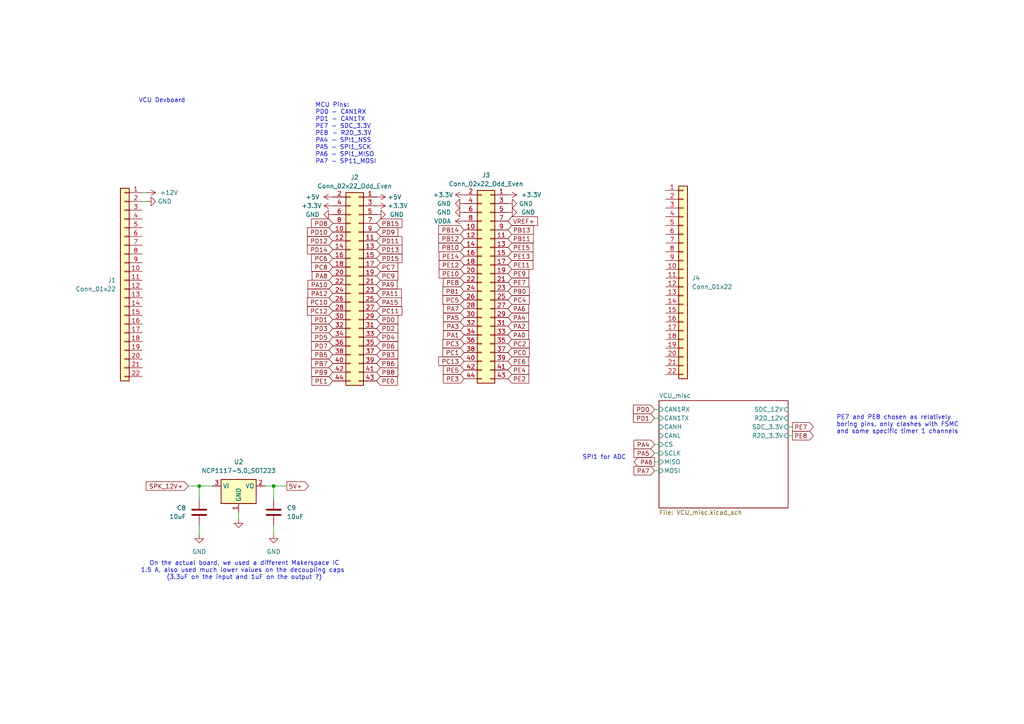
<source format=kicad_sch>
(kicad_sch (version 20250114) (generator "eeschema") (generator_version "9.0")
  (paper "A4")
  (lib_symbols
    (symbol "Connector_Generic:Conn_01x22" (pin_names (offset 1.016) (hide yes))
      (property "Reference" "J" (at 0 27.94 0))
      (property "Value" "Conn_01x22" (at 0 -30.48 0))
      (symbol "Conn_01x22_1_1"
        (rectangle (start -1.27 26.67) (end 1.27 -29.21) (stroke (width 0.254)) (fill (type background)))
        (rectangle (start -1.27 25.527) (end 0 25.273) (stroke (width 0.1524)))
        (rectangle (start -1.27 22.987) (end 0 22.733) (stroke (width 0.1524)))
        (rectangle (start -1.27 20.447) (end 0 20.193) (stroke (width 0.1524)))
        (rectangle (start -1.27 17.907) (end 0 17.653) (stroke (width 0.1524)))
        (rectangle (start -1.27 15.367) (end 0 15.113) (stroke (width 0.1524)))
        (rectangle (start -1.27 12.827) (end 0 12.573) (stroke (width 0.1524)))
        (rectangle (start -1.27 10.287) (end 0 10.033) (stroke (width 0.1524)))
        (rectangle (start -1.27 7.747) (end 0 7.493) (stroke (width 0.1524)))
        (rectangle (start -1.27 5.207) (end 0 4.953) (stroke (width 0.1524)))
        (rectangle (start -1.27 2.667) (end 0 2.413) (stroke (width 0.1524)))
        (rectangle (start -1.27 0.127) (end 0 -0.127) (stroke (width 0.1524)))
        (rectangle (start -1.27 -2.413) (end 0 -2.667) (stroke (width 0.1524)))
        (rectangle (start -1.27 -4.953) (end 0 -5.207) (stroke (width 0.1524)))
        (rectangle (start -1.27 -7.493) (end 0 -7.747) (stroke (width 0.1524)))
        (rectangle (start -1.27 -10.033) (end 0 -10.287) (stroke (width 0.1524)))
        (rectangle (start -1.27 -12.573) (end 0 -12.827) (stroke (width 0.1524)))
        (rectangle (start -1.27 -15.113) (end 0 -15.367) (stroke (width 0.1524)))
        (rectangle (start -1.27 -17.653) (end 0 -17.907) (stroke (width 0.1524)))
        (rectangle (start -1.27 -20.193) (end 0 -20.447) (stroke (width 0.1524)))
        (rectangle (start -1.27 -22.733) (end 0 -22.987) (stroke (width 0.1524)))
        (rectangle (start -1.27 -25.273) (end 0 -25.527) (stroke (width 0.1524)))
        (rectangle (start -1.27 -27.813) (end 0 -28.067) (stroke (width 0.1524)))
        (pin passive line (at -5.08 25.4 0) (length 3.81) (name "Pin_1") (number "1"))
        (pin passive line (at -5.08 22.86 0) (length 3.81) (name "Pin_2") (number "2"))
        (pin passive line (at -5.08 20.32 0) (length 3.81) (name "Pin_3") (number "3"))
        (pin passive line (at -5.08 17.78 0) (length 3.81) (name "Pin_4") (number "4"))
        (pin passive line (at -5.08 15.24 0) (length 3.81) (name "Pin_5") (number "5"))
        (pin passive line (at -5.08 12.7 0) (length 3.81) (name "Pin_6") (number "6"))
        (pin passive line (at -5.08 10.16 0) (length 3.81) (name "Pin_7") (number "7"))
        (pin passive line (at -5.08 7.62 0) (length 3.81) (name "Pin_8") (number "8"))
        (pin passive line (at -5.08 5.08 0) (length 3.81) (name "Pin_9") (number "9"))
        (pin passive line (at -5.08 2.54 0) (length 3.81) (name "Pin_10") (number "10"))
        (pin passive line (at -5.08 0 0) (length 3.81) (name "Pin_11") (number "11"))
        (pin passive line (at -5.08 -2.54 0) (length 3.81) (name "Pin_12") (number "12"))
        (pin passive line (at -5.08 -5.08 0) (length 3.81) (name "Pin_13") (number "13"))
        (pin passive line (at -5.08 -7.62 0) (length 3.81) (name "Pin_14") (number "14"))
        (pin passive line (at -5.08 -10.16 0) (length 3.81) (name "Pin_15") (number "15"))
        (pin passive line (at -5.08 -12.7 0) (length 3.81) (name "Pin_16") (number "16"))
        (pin passive line (at -5.08 -15.24 0) (length 3.81) (name "Pin_17") (number "17"))
        (pin passive line (at -5.08 -17.78 0) (length 3.81) (name "Pin_18") (number "18"))
        (pin passive line (at -5.08 -20.32 0) (length 3.81) (name "Pin_19") (number "19"))
        (pin passive line (at -5.08 -22.86 0) (length 3.81) (name "Pin_20") (number "20"))
        (pin passive line (at -5.08 -25.4 0) (length 3.81) (name "Pin_21") (number "21"))
        (pin passive line (at -5.08 -27.94 0) (length 3.81) (name "Pin_22") (number "22"))
      )
    )
    (symbol "Connector_Generic:Conn_02x22_Odd_Even" (pin_names (offset 1.016) (hide yes))
      (property "Reference" "J" (at 1.27 27.94 0))
      (property "Value" "Conn_02x22_Odd_Even" (at 1.27 -30.48 0))
      (symbol "Conn_02x22_Odd_Even_1_1"
        (rectangle (start -1.27 26.67) (end 3.81 -29.21) (stroke (width 0.254)) (fill (type background)))
        (rectangle (start -1.27 25.527) (end 0 25.273) (stroke (width 0.1524)))
        (rectangle (start -1.27 22.987) (end 0 22.733) (stroke (width 0.1524)))
        (rectangle (start -1.27 20.447) (end 0 20.193) (stroke (width 0.1524)))
        (rectangle (start -1.27 17.907) (end 0 17.653) (stroke (width 0.1524)))
        (rectangle (start -1.27 15.367) (end 0 15.113) (stroke (width 0.1524)))
        (rectangle (start -1.27 12.827) (end 0 12.573) (stroke (width 0.1524)))
        (rectangle (start -1.27 10.287) (end 0 10.033) (stroke (width 0.1524)))
        (rectangle (start -1.27 7.747) (end 0 7.493) (stroke (width 0.1524)))
        (rectangle (start -1.27 5.207) (end 0 4.953) (stroke (width 0.1524)))
        (rectangle (start -1.27 2.667) (end 0 2.413) (stroke (width 0.1524)))
        (rectangle (start -1.27 0.127) (end 0 -0.127) (stroke (width 0.1524)))
        (rectangle (start -1.27 -2.413) (end 0 -2.667) (stroke (width 0.1524)))
        (rectangle (start -1.27 -4.953) (end 0 -5.207) (stroke (width 0.1524)))
        (rectangle (start -1.27 -7.493) (end 0 -7.747) (stroke (width 0.1524)))
        (rectangle (start -1.27 -10.033) (end 0 -10.287) (stroke (width 0.1524)))
        (rectangle (start -1.27 -12.573) (end 0 -12.827) (stroke (width 0.1524)))
        (rectangle (start -1.27 -15.113) (end 0 -15.367) (stroke (width 0.1524)))
        (rectangle (start -1.27 -17.653) (end 0 -17.907) (stroke (width 0.1524)))
        (rectangle (start -1.27 -20.193) (end 0 -20.447) (stroke (width 0.1524)))
        (rectangle (start -1.27 -22.733) (end 0 -22.987) (stroke (width 0.1524)))
        (rectangle (start -1.27 -25.273) (end 0 -25.527) (stroke (width 0.1524)))
        (rectangle (start -1.27 -27.813) (end 0 -28.067) (stroke (width 0.1524)))
        (rectangle (start 3.81 25.527) (end 2.54 25.273) (stroke (width 0.1524)))
        (rectangle (start 3.81 22.987) (end 2.54 22.733) (stroke (width 0.1524)))
        (rectangle (start 3.81 20.447) (end 2.54 20.193) (stroke (width 0.1524)))
        (rectangle (start 3.81 17.907) (end 2.54 17.653) (stroke (width 0.1524)))
        (rectangle (start 3.81 15.367) (end 2.54 15.113) (stroke (width 0.1524)))
        (rectangle (start 3.81 12.827) (end 2.54 12.573) (stroke (width 0.1524)))
        (rectangle (start 3.81 10.287) (end 2.54 10.033) (stroke (width 0.1524)))
        (rectangle (start 3.81 7.747) (end 2.54 7.493) (stroke (width 0.1524)))
        (rectangle (start 3.81 5.207) (end 2.54 4.953) (stroke (width 0.1524)))
        (rectangle (start 3.81 2.667) (end 2.54 2.413) (stroke (width 0.1524)))
        (rectangle (start 3.81 0.127) (end 2.54 -0.127) (stroke (width 0.1524)))
        (rectangle (start 3.81 -2.413) (end 2.54 -2.667) (stroke (width 0.1524)))
        (rectangle (start 3.81 -4.953) (end 2.54 -5.207) (stroke (width 0.1524)))
        (rectangle (start 3.81 -7.493) (end 2.54 -7.747) (stroke (width 0.1524)))
        (rectangle (start 3.81 -10.033) (end 2.54 -10.287) (stroke (width 0.1524)))
        (rectangle (start 3.81 -12.573) (end 2.54 -12.827) (stroke (width 0.1524)))
        (rectangle (start 3.81 -15.113) (end 2.54 -15.367) (stroke (width 0.1524)))
        (rectangle (start 3.81 -17.653) (end 2.54 -17.907) (stroke (width 0.1524)))
        (rectangle (start 3.81 -20.193) (end 2.54 -20.447) (stroke (width 0.1524)))
        (rectangle (start 3.81 -22.733) (end 2.54 -22.987) (stroke (width 0.1524)))
        (rectangle (start 3.81 -25.273) (end 2.54 -25.527) (stroke (width 0.1524)))
        (rectangle (start 3.81 -27.813) (end 2.54 -28.067) (stroke (width 0.1524)))
        (pin passive line (at -5.08 25.4 0) (length 3.81) (name "Pin_1") (number "1"))
        (pin passive line (at -5.08 22.86 0) (length 3.81) (name "Pin_3") (number "3"))
        (pin passive line (at -5.08 20.32 0) (length 3.81) (name "Pin_5") (number "5"))
        (pin passive line (at -5.08 17.78 0) (length 3.81) (name "Pin_7") (number "7"))
        (pin passive line (at -5.08 15.24 0) (length 3.81) (name "Pin_9") (number "9"))
        (pin passive line (at -5.08 12.7 0) (length 3.81) (name "Pin_11") (number "11"))
        (pin passive line (at -5.08 10.16 0) (length 3.81) (name "Pin_13") (number "13"))
        (pin passive line (at -5.08 7.62 0) (length 3.81) (name "Pin_15") (number "15"))
        (pin passive line (at -5.08 5.08 0) (length 3.81) (name "Pin_17") (number "17"))
        (pin passive line (at -5.08 2.54 0) (length 3.81) (name "Pin_19") (number "19"))
        (pin passive line (at -5.08 0 0) (length 3.81) (name "Pin_21") (number "21"))
        (pin passive line (at -5.08 -2.54 0) (length 3.81) (name "Pin_23") (number "23"))
        (pin passive line (at -5.08 -5.08 0) (length 3.81) (name "Pin_25") (number "25"))
        (pin passive line (at -5.08 -7.62 0) (length 3.81) (name "Pin_27") (number "27"))
        (pin passive line (at -5.08 -10.16 0) (length 3.81) (name "Pin_29") (number "29"))
        (pin passive line (at -5.08 -12.7 0) (length 3.81) (name "Pin_31") (number "31"))
        (pin passive line (at -5.08 -15.24 0) (length 3.81) (name "Pin_33") (number "33"))
        (pin passive line (at -5.08 -17.78 0) (length 3.81) (name "Pin_35") (number "35"))
        (pin passive line (at -5.08 -20.32 0) (length 3.81) (name "Pin_37") (number "37"))
        (pin passive line (at -5.08 -22.86 0) (length 3.81) (name "Pin_39") (number "39"))
        (pin passive line (at -5.08 -25.4 0) (length 3.81) (name "Pin_41") (number "41"))
        (pin passive line (at -5.08 -27.94 0) (length 3.81) (name "Pin_43") (number "43"))
        (pin passive line (at 7.62 25.4 180) (length 3.81) (name "Pin_2") (number "2"))
        (pin passive line (at 7.62 22.86 180) (length 3.81) (name "Pin_4") (number "4"))
        (pin passive line (at 7.62 20.32 180) (length 3.81) (name "Pin_6") (number "6"))
        (pin passive line (at 7.62 17.78 180) (length 3.81) (name "Pin_8") (number "8"))
        (pin passive line (at 7.62 15.24 180) (length 3.81) (name "Pin_10") (number "10"))
        (pin passive line (at 7.62 12.7 180) (length 3.81) (name "Pin_12") (number "12"))
        (pin passive line (at 7.62 10.16 180) (length 3.81) (name "Pin_14") (number "14"))
        (pin passive line (at 7.62 7.62 180) (length 3.81) (name "Pin_16") (number "16"))
        (pin passive line (at 7.62 5.08 180) (length 3.81) (name "Pin_18") (number "18"))
        (pin passive line (at 7.62 2.54 180) (length 3.81) (name "Pin_20") (number "20"))
        (pin passive line (at 7.62 0 180) (length 3.81) (name "Pin_22") (number "22"))
        (pin passive line (at 7.62 -2.54 180) (length 3.81) (name "Pin_24") (number "24"))
        (pin passive line (at 7.62 -5.08 180) (length 3.81) (name "Pin_26") (number "26"))
        (pin passive line (at 7.62 -7.62 180) (length 3.81) (name "Pin_28") (number "28"))
        (pin passive line (at 7.62 -10.16 180) (length 3.81) (name "Pin_30") (number "30"))
        (pin passive line (at 7.62 -12.7 180) (length 3.81) (name "Pin_32") (number "32"))
        (pin passive line (at 7.62 -15.24 180) (length 3.81) (name "Pin_34") (number "34"))
        (pin passive line (at 7.62 -17.78 180) (length 3.81) (name "Pin_36") (number "36"))
        (pin passive line (at 7.62 -20.32 180) (length 3.81) (name "Pin_38") (number "38"))
        (pin passive line (at 7.62 -22.86 180) (length 3.81) (name "Pin_40") (number "40"))
        (pin passive line (at 7.62 -25.4 180) (length 3.81) (name "Pin_42") (number "42"))
        (pin passive line (at 7.62 -27.94 180) (length 3.81) (name "Pin_44") (number "44"))
      )
    )
    (symbol "Device:C" (pin_numbers (hide yes)) (pin_names (offset 0.254))
      (property "Reference" "C" (at 0.635 2.54 0))
      (property "Value" "C" (at 0.635 -2.54 0))
      (symbol "C_0_1"
        (polyline (pts (xy -2.032 0.762) (xy 2.032 0.762)) (stroke (width 0.508)))
        (polyline (pts (xy -2.032 -0.762) (xy 2.032 -0.762)) (stroke (width 0.508)))
      )
      (symbol "C_1_1"
        (pin passive line (at 0 3.81 270) (length 2.794) (name "~") (number "1"))
        (pin passive line (at 0 -3.81 90) (length 2.794) (name "~") (number "2"))
      )
    )
    (symbol "Regulator_Linear:NCP1117-5.0_SOT223"
      (property "Reference" "U" (at -3.81 3.175 0))
      (property "Value" "NCP1117-5.0_SOT223" (at 0 3.175 0))
      (symbol "NCP1117-5.0_SOT223_0_1"
        (rectangle (start -5.08 -5.08) (end 5.08 1.905) (stroke (width 0.254)) (fill (type background)))
      )
      (symbol "NCP1117-5.0_SOT223_1_1"
        (pin power_in line (at -7.62 0 0) (length 2.54) (name "VI") (number "3"))
        (pin power_in line (at 0 -7.62 90) (length 2.54) (name "GND") (number "1"))
        (pin power_out line (at 7.62 0 180) (length 2.54) (name "VO") (number "2"))
      )
    )
    (symbol "power:+12V" (power) (pin_numbers (hide yes)) (pin_names (offset 0) (hide yes))
      (property "Value" "+12V" (at 0 3.556 0))
      (symbol "+12V_0_1"
        (polyline (pts (xy -0.762 1.27) (xy 0 2.54)))
        (polyline (pts (xy 0 2.54) (xy 0.762 1.27)))
        (polyline (pts (xy 0 0) (xy 0 2.54)))
      )
      (symbol "+12V_1_1"
        (pin power_in line (at 0 0 90) (length 0) (name "~") (number "1"))
      )
    )
    (symbol "power:+3.3V" (power) (pin_numbers (hide yes)) (pin_names (offset 0) (hide yes))
      (property "Value" "+3.3V" (at 0 3.556 0))
      (symbol "+3.3V_0_1"
        (polyline (pts (xy -0.762 1.27) (xy 0 2.54)))
        (polyline (pts (xy 0 2.54) (xy 0.762 1.27)))
        (polyline (pts (xy 0 0) (xy 0 2.54)))
      )
      (symbol "+3.3V_1_1"
        (pin power_in line (at 0 0 90) (length 0) (name "~") (number "1"))
      )
    )
    (symbol "power:+5V" (power) (pin_numbers (hide yes)) (pin_names (offset 0) (hide yes))
      (property "Value" "+5V" (at 0 3.556 0))
      (symbol "+5V_0_1"
        (polyline (pts (xy -0.762 1.27) (xy 0 2.54)))
        (polyline (pts (xy 0 2.54) (xy 0.762 1.27)))
        (polyline (pts (xy 0 0) (xy 0 2.54)))
      )
      (symbol "+5V_1_1"
        (pin power_in line (at 0 0 90) (length 0) (name "~") (number "1"))
      )
    )
    (symbol "power:GND" (power) (pin_numbers (hide yes)) (pin_names (offset 0) (hide yes))
      (property "Value" "GND" (at 0 -3.81 0))
      (symbol "GND_0_1"
        (polyline (pts (xy 0 0) (xy 0 -1.27) (xy 1.27 -1.27) (xy 0 -2.54) (xy -1.27 -1.27) (xy 0 -1.27)))
      )
      (symbol "GND_1_1"
        (pin power_in line (at 0 0 270) (length 0) (name "~") (number "1"))
      )
    )
    (symbol "power:VDDA" (power) (pin_numbers (hide yes)) (pin_names (offset 0) (hide yes))
      (property "Value" "VDDA" (at 0 3.556 0))
      (symbol "VDDA_0_1"
        (polyline (pts (xy -0.762 1.27) (xy 0 2.54)))
        (polyline (pts (xy 0 2.54) (xy 0.762 1.27)))
        (polyline (pts (xy 0 0) (xy 0 2.54)))
      )
      (symbol "VDDA_1_1"
        (pin power_in line (at 0 0 90) (length 0) (name "~") (number "1"))
      )
    )
  )
  (text "VCU Devboard" (at 46.99 29.21 0) (effects (font (size 1.27 1.27))))
  (text "SPI1 for ADC" (at 175.26 132.715 0) (effects (font (size 1.27 1.27))))
  (text "PE7 and PE8 chosen as relatively\nboring pins, only clashes with FSMC\nand some specific timer 1 channels" (at 242.57 123.19 0) (effects (font (size 1.27 1.27)) (justify left)))
  (text "MCU Pins:\nPD0 - CAN1RX\nPD1 - CAN1TX\nPE7 - SDC_3.3V\nPE8	- R2D_3.3V\nPA4 - SPI1_NSS\nPA5 - SPI1_SCK\nPA6 - SPI1_MISO\nPA7 - SP11_MOSI" (at 91.44 38.735 0) (effects (font (size 1.27 1.27)) (justify left)))
  (text "On the actual board, we used a different Makerspace IC\n1.5 A, also used much lower values on the decoupling caps \n(3.3uF on the input and 1uF on the output ?)" (at 70.866 165.481 0) (effects (font (size 1.27 1.27))))
  (junction (at 57.785 140.97))
  (junction (at 79.375 140.97))
  (wire (pts (xy 57.785 154.94) (xy 57.785 152.4)))
  (wire (pts (xy 42.545 55.88) (xy 41.275 55.88)))
  (wire (pts (xy 79.375 154.94) (xy 79.375 152.4)))
  (wire (pts (xy 57.785 144.78) (xy 57.785 140.97)))
  (wire (pts (xy 189.865 133.985) (xy 191.135 133.985)))
  (wire (pts (xy 57.785 140.97) (xy 61.595 140.97)))
  (wire (pts (xy 189.865 118.745) (xy 191.135 118.745)))
  (wire (pts (xy 189.865 131.445) (xy 191.135 131.445)))
  (wire (pts (xy 79.375 144.78) (xy 79.375 140.97)))
  (wire (pts (xy 189.865 128.905) (xy 191.135 128.905)))
  (wire (pts (xy 229.87 123.825) (xy 228.6 123.825)))
  (wire (pts (xy 69.215 150.495) (xy 69.215 148.59)))
  (wire (pts (xy 83.185 140.97) (xy 79.375 140.97)))
  (wire (pts (xy 54.61 140.97) (xy 57.785 140.97)))
  (wire (pts (xy 189.865 121.285) (xy 191.135 121.285)))
  (wire (pts (xy 79.375 140.97) (xy 76.835 140.97)))
  (wire (pts (xy 229.87 126.365) (xy 228.6 126.365)))
  (wire (pts (xy 189.865 136.525) (xy 191.135 136.525)))
  (wire (pts (xy 42.545 58.42) (xy 41.275 58.42)))
  (global_label "PA5" (shape input) (at 189.865 131.445 180) (property "Intersheetrefs" "${INTERSHEET_REFS}" (effects (hide yes))))
  (global_label "PD5" (shape input) (at 96.52 97.79 180) (property "Intersheetrefs" "${INTERSHEET_REFS}" (effects (hide yes))))
  (global_label "PD11" (shape input) (at 109.22 69.85 0) (property "Intersheetrefs" "${INTERSHEET_REFS}" (effects (hide yes))))
  (global_label "PA10" (shape input) (at 96.52 82.55 180) (property "Intersheetrefs" "${INTERSHEET_REFS}" (effects (hide yes))))
  (global_label "PE7" (shape output) (at 229.87 123.825 0) (property "Intersheetrefs" "${INTERSHEET_REFS}" (effects (hide yes))))
  (global_label "PE12" (shape input) (at 134.62 76.835 180) (property "Intersheetrefs" "${INTERSHEET_REFS}" (effects (hide yes))))
  (global_label "PB7" (shape input) (at 96.52 105.41 180) (property "Intersheetrefs" "${INTERSHEET_REFS}" (effects (hide yes))))
  (global_label "PE4" (shape input) (at 147.32 107.315 0) (property "Intersheetrefs" "${INTERSHEET_REFS}" (effects (hide yes))))
  (global_label "PB9" (shape input) (at 96.52 107.95 180) (property "Intersheetrefs" "${INTERSHEET_REFS}" (effects (hide yes))))
  (global_label "PC0" (shape input) (at 147.32 102.235 0) (property "Intersheetrefs" "${INTERSHEET_REFS}" (effects (hide yes))))
  (global_label "PB3" (shape input) (at 109.22 102.87 0) (property "Intersheetrefs" "${INTERSHEET_REFS}" (effects (hide yes))))
  (global_label "PD9" (shape input) (at 109.22 67.31 0) (property "Intersheetrefs" "${INTERSHEET_REFS}" (effects (hide yes))))
  (global_label "PC1" (shape input) (at 134.62 102.235 180) (property "Intersheetrefs" "${INTERSHEET_REFS}" (effects (hide yes))))
  (global_label "PD12" (shape input) (at 96.52 69.85 180) (property "Intersheetrefs" "${INTERSHEET_REFS}" (effects (hide yes))))
  (global_label "PD1" (shape input) (at 189.865 121.285 180) (property "Intersheetrefs" "${INTERSHEET_REFS}" (effects (hide yes))))
  (global_label "PB15" (shape input) (at 109.22 64.77 0) (property "Intersheetrefs" "${INTERSHEET_REFS}" (effects (hide yes))))
  (global_label "PC4" (shape input) (at 147.32 86.995 0) (property "Intersheetrefs" "${INTERSHEET_REFS}" (effects (hide yes))))
  (global_label "PA4" (shape input) (at 147.32 92.075 0) (property "Intersheetrefs" "${INTERSHEET_REFS}" (effects (hide yes))))
  (global_label "PA9" (shape input) (at 109.22 82.55 0) (property "Intersheetrefs" "${INTERSHEET_REFS}" (effects (hide yes))))
  (global_label "PB10" (shape input) (at 134.62 71.755 180) (property "Intersheetrefs" "${INTERSHEET_REFS}" (effects (hide yes))))
  (global_label "PD1" (shape input) (at 96.52 92.71 180) (property "Intersheetrefs" "${INTERSHEET_REFS}" (effects (hide yes))))
  (global_label "PA8" (shape input) (at 96.52 80.01 180) (property "Intersheetrefs" "${INTERSHEET_REFS}" (effects (hide yes))))
  (global_label "PC13" (shape input) (at 134.62 104.775 180) (property "Intersheetrefs" "${INTERSHEET_REFS}" (effects (hide yes))))
  (global_label "PE13" (shape input) (at 147.32 74.295 0) (property "Intersheetrefs" "${INTERSHEET_REFS}" (effects (hide yes))))
  (global_label "PE6" (shape input) (at 147.32 104.775 0) (property "Intersheetrefs" "${INTERSHEET_REFS}" (effects (hide yes))))
  (global_label "PB12" (shape input) (at 134.62 69.215 180) (property "Intersheetrefs" "${INTERSHEET_REFS}" (effects (hide yes))))
  (global_label "PD14" (shape input) (at 96.52 72.39 180) (property "Intersheetrefs" "${INTERSHEET_REFS}" (effects (hide yes))))
  (global_label "PB1" (shape input) (at 134.62 84.455 180) (property "Intersheetrefs" "${INTERSHEET_REFS}" (effects (hide yes))))
  (global_label "PB11" (shape input) (at 147.32 69.215 0) (property "Intersheetrefs" "${INTERSHEET_REFS}" (effects (hide yes))))
  (global_label "PC6" (shape input) (at 96.52 74.93 180) (property "Intersheetrefs" "${INTERSHEET_REFS}" (effects (hide yes))))
  (global_label "PB14" (shape input) (at 134.62 66.675 180) (property "Intersheetrefs" "${INTERSHEET_REFS}" (effects (hide yes))))
  (global_label "PC10" (shape input) (at 96.52 87.63 180) (property "Intersheetrefs" "${INTERSHEET_REFS}" (effects (hide yes))))
  (global_label "PD3" (shape input) (at 96.52 95.25 180) (property "Intersheetrefs" "${INTERSHEET_REFS}" (effects (hide yes))))
  (global_label "PA3" (shape input) (at 134.62 94.615 180) (property "Intersheetrefs" "${INTERSHEET_REFS}" (effects (hide yes))))
  (global_label "SPK_12V+" (shape input) (at 54.61 140.97 180) (property "Intersheetrefs" "${INTERSHEET_REFS}" (effects (hide yes))))
  (global_label "PB8" (shape input) (at 109.22 107.95 0) (property "Intersheetrefs" "${INTERSHEET_REFS}" (effects (hide yes))))
  (global_label "PE3" (shape input) (at 134.62 109.855 180) (property "Intersheetrefs" "${INTERSHEET_REFS}" (effects (hide yes))))
  (global_label "PA11" (shape input) (at 109.22 85.09 0) (property "Intersheetrefs" "${INTERSHEET_REFS}" (effects (hide yes))))
  (global_label "PA1" (shape input) (at 134.62 97.155 180) (property "Intersheetrefs" "${INTERSHEET_REFS}" (effects (hide yes))))
  (global_label "PC8" (shape input) (at 96.52 77.47 180) (property "Intersheetrefs" "${INTERSHEET_REFS}" (effects (hide yes))))
  (global_label "PD6" (shape input) (at 109.22 100.33 0) (property "Intersheetrefs" "${INTERSHEET_REFS}" (effects (hide yes))))
  (global_label "PA4" (shape input) (at 189.865 128.905 180) (property "Intersheetrefs" "${INTERSHEET_REFS}" (effects (hide yes))))
  (global_label "PA7" (shape input) (at 189.865 136.525 180) (property "Intersheetrefs" "${INTERSHEET_REFS}" (effects (hide yes))))
  (global_label "PD0" (shape input) (at 109.22 92.71 0) (property "Intersheetrefs" "${INTERSHEET_REFS}" (effects (hide yes))))
  (global_label "PC9" (shape input) (at 109.22 80.01 0) (property "Intersheetrefs" "${INTERSHEET_REFS}" (effects (hide yes))))
  (global_label "PA2" (shape input) (at 147.32 94.615 0) (property "Intersheetrefs" "${INTERSHEET_REFS}" (effects (hide yes))))
  (global_label "PE14" (shape input) (at 134.62 74.295 180) (property "Intersheetrefs" "${INTERSHEET_REFS}" (effects (hide yes))))
  (global_label "PA5" (shape input) (at 134.62 92.075 180) (property "Intersheetrefs" "${INTERSHEET_REFS}" (effects (hide yes))))
  (global_label "PE10" (shape input) (at 134.62 79.375 180) (property "Intersheetrefs" "${INTERSHEET_REFS}" (effects (hide yes))))
  (global_label "PD8" (shape input) (at 96.52 64.77 180) (property "Intersheetrefs" "${INTERSHEET_REFS}" (effects (hide yes))))
  (global_label "PE2" (shape input) (at 147.32 109.855 0) (property "Intersheetrefs" "${INTERSHEET_REFS}" (effects (hide yes))))
  (global_label "PE9" (shape input) (at 147.32 79.375 0) (property "Intersheetrefs" "${INTERSHEET_REFS}" (effects (hide yes))))
  (global_label "PE8" (shape output) (at 229.87 126.365 0) (property "Intersheetrefs" "${INTERSHEET_REFS}" (effects (hide yes))))
  (global_label "PA12" (shape input) (at 96.52 85.09 180) (property "Intersheetrefs" "${INTERSHEET_REFS}" (effects (hide yes))))
  (global_label "PB13" (shape input) (at 147.32 66.675 0) (property "Intersheetrefs" "${INTERSHEET_REFS}" (effects (hide yes))))
  (global_label "5V+" (shape output) (at 83.185 140.97 0) (property "Intersheetrefs" "${INTERSHEET_REFS}" (effects (hide yes))))
  (global_label "PC12" (shape input) (at 96.52 90.17 180) (property "Intersheetrefs" "${INTERSHEET_REFS}" (effects (hide yes))))
  (global_label "PE15" (shape input) (at 147.32 71.755 0) (property "Intersheetrefs" "${INTERSHEET_REFS}" (effects (hide yes))))
  (global_label "PD10" (shape input) (at 96.52 67.31 180) (property "Intersheetrefs" "${INTERSHEET_REFS}" (effects (hide yes))))
  (global_label "PB5" (shape input) (at 96.52 102.87 180) (property "Intersheetrefs" "${INTERSHEET_REFS}" (effects (hide yes))))
  (global_label "PA6" (shape output) (at 189.865 133.985 180) (property "Intersheetrefs" "${INTERSHEET_REFS}" (effects (hide yes))))
  (global_label "PC2" (shape input) (at 147.32 99.695 0) (property "Intersheetrefs" "${INTERSHEET_REFS}" (effects (hide yes))))
  (global_label "PD4" (shape input) (at 109.22 97.79 0) (property "Intersheetrefs" "${INTERSHEET_REFS}" (effects (hide yes))))
  (global_label "PD15" (shape input) (at 109.22 74.93 0) (property "Intersheetrefs" "${INTERSHEET_REFS}" (effects (hide yes))))
  (global_label "PA0" (shape input) (at 147.32 97.155 0) (property "Intersheetrefs" "${INTERSHEET_REFS}" (effects (hide yes))))
  (global_label "PD7" (shape input) (at 96.52 100.33 180) (property "Intersheetrefs" "${INTERSHEET_REFS}" (effects (hide yes))))
  (global_label "PE7" (shape input) (at 147.32 81.915 0) (property "Intersheetrefs" "${INTERSHEET_REFS}" (effects (hide yes))))
  (global_label "PE8" (shape input) (at 134.62 81.915 180) (property "Intersheetrefs" "${INTERSHEET_REFS}" (effects (hide yes))))
  (global_label "PC5" (shape input) (at 134.62 86.995 180) (property "Intersheetrefs" "${INTERSHEET_REFS}" (effects (hide yes))))
  (global_label "PE5" (shape input) (at 134.62 107.315 180) (property "Intersheetrefs" "${INTERSHEET_REFS}" (effects (hide yes))))
  (global_label "VREF+" (shape input) (at 147.32 64.135 0) (property "Intersheetrefs" "${INTERSHEET_REFS}" (effects (hide yes))))
  (global_label "PD13" (shape input) (at 109.22 72.39 0) (property "Intersheetrefs" "${INTERSHEET_REFS}" (effects (hide yes))))
  (global_label "PA15" (shape input) (at 109.22 87.63 0) (property "Intersheetrefs" "${INTERSHEET_REFS}" (effects (hide yes))))
  (global_label "PE0" (shape input) (at 109.22 110.49 0) (property "Intersheetrefs" "${INTERSHEET_REFS}" (effects (hide yes))))
  (global_label "PC3" (shape input) (at 134.62 99.695 180) (property "Intersheetrefs" "${INTERSHEET_REFS}" (effects (hide yes))))
  (global_label "PD2" (shape input) (at 109.22 95.25 0) (property "Intersheetrefs" "${INTERSHEET_REFS}" (effects (hide yes))))
  (global_label "PE1" (shape input) (at 96.52 110.49 180) (property "Intersheetrefs" "${INTERSHEET_REFS}" (effects (hide yes))))
  (global_label "PA6" (shape input) (at 147.32 89.535 0) (property "Intersheetrefs" "${INTERSHEET_REFS}" (effects (hide yes))))
  (global_label "PB6" (shape input) (at 109.22 105.41 0) (property "Intersheetrefs" "${INTERSHEET_REFS}" (effects (hide yes))))
  (global_label "PD0" (shape input) (at 189.865 118.745 180) (property "Intersheetrefs" "${INTERSHEET_REFS}" (effects (hide yes))))
  (global_label "PB0" (shape input) (at 147.32 84.455 0) (property "Intersheetrefs" "${INTERSHEET_REFS}" (effects (hide yes))))
  (global_label "PC7" (shape input) (at 109.22 77.47 0) (property "Intersheetrefs" "${INTERSHEET_REFS}" (effects (hide yes))))
  (global_label "PC11" (shape input) (at 109.22 90.17 0) (property "Intersheetrefs" "${INTERSHEET_REFS}" (effects (hide yes))))
  (global_label "PE11" (shape input) (at 147.32 76.835 0) (property "Intersheetrefs" "${INTERSHEET_REFS}" (effects (hide yes))))
  (global_label "PA7" (shape input) (at 134.62 89.535 180) (property "Intersheetrefs" "${INTERSHEET_REFS}" (effects (hide yes))))
  (symbol (lib_id "power:GND") (at 42.545 58.42 90) (unit 1)
    (property "Reference" "#PWR02" (effects (hide yes)))
    (property "Value" "GND" (at 45.72 58.4199 90) (effects (justify right)))
    (property "Description" "Power symbol creates a global label with name \"GND\" , ground" (effects (hide yes)))
  )
  (symbol (lib_id "Connector_Generic:Conn_02x22_Odd_Even") (at 142.24 81.915 0) (mirror y) (unit 1)
    (property "Reference" "J3" (at 140.97 50.8 0))
    (property "Value" "Conn_02x22_Odd_Even" (at 140.97 53.34 0))
    (property "Footprint" "Connector_PinSocket_2.54mm:PinSocket_2x22_P2.54mm_Vertical" (effects (hide yes)))
    (property "Description" "Generic connector, double row, 02x22, odd/even pin numbering scheme (row 1 odd numbers, row 2 even numbers), script generated (kicad-library-utils/schlib/autogen/connector/)" (effects (hide yes)))
  )
  (symbol (lib_id "power:GND") (at 134.62 61.595 270) (unit 1)
    (property "Reference" "#PWR07" (effects (hide yes)))
    (property "Value" "GND" (at 130.81 61.5949 90) (effects (justify right)))
    (property "Description" "Power symbol creates a global label with name \"GND\" , ground" (effects (hide yes)))
  )
  (symbol (lib_id "Device:C") (at 57.785 148.59 0) (mirror y) (unit 1)
    (property "Reference" "C8" (at 53.975 147.32 0) (effects (justify left)))
    (property "Value" "10uF" (at 53.975 149.86 0) (effects (justify left)))
    (property "Footprint" "Capacitor_SMD:C_0805_2012Metric_Pad1.18x1.45mm_HandSolder" (effects (hide yes)))
  )
  (symbol (lib_id "Device:C") (at 79.375 148.59 0) (unit 1)
    (property "Reference" "C9" (at 83.185 147.32 0) (effects (justify left)))
    (property "Value" "10uF" (at 83.185 149.86 0) (effects (justify left)))
    (property "Footprint" "Capacitor_SMD:C_0805_2012Metric_Pad1.18x1.45mm_HandSolder" (effects (hide yes)))
  )
  (symbol (lib_id "power:GND") (at 147.32 59.055 90) (unit 1)
    (property "Reference" "#PWR06" (effects (hide yes)))
    (property "Value" "GND" (at 150.495 59.0549 90) (effects (justify right)))
    (property "Description" "Power symbol creates a global label with name \"GND\" , ground" (effects (hide yes)))
  )
  (symbol (lib_id "power:GND") (at 134.62 59.055 270) (unit 1)
    (property "Reference" "#PWR05" (effects (hide yes)))
    (property "Value" "GND" (at 130.81 59.0549 90) (effects (justify right)))
    (property "Description" "Power symbol creates a global label with name \"GND\" , ground" (effects (hide yes)))
  )
  (symbol (lib_id "power:+3.3V") (at 134.62 56.515 90) (unit 1)
    (property "Reference" "#PWR03" (effects (hide yes)))
    (property "Value" "+3.3V" (at 131.445 56.5149 90) (effects (justify left)))
    (property "Description" "Power symbol creates a global label with name \"+3.3V\"" (effects (hide yes)))
  )
  (symbol (lib_id "power:+3.3V") (at 109.22 59.69 270) (mirror x) (unit 1)
    (property "Reference" "#PWR012" (effects (hide yes)))
    (property "Value" "+3.3V" (at 112.395 59.6899 90) (effects (justify left)))
    (property "Description" "Power symbol creates a global label with name \"+3.3V\"" (effects (hide yes)))
  )
  (symbol (lib_id "power:GND") (at 96.52 62.23 270) (unit 1)
    (property "Reference" "#PWR011" (effects (hide yes)))
    (property "Value" "GND" (at 92.71 62.2299 90) (effects (justify right)))
    (property "Description" "Power symbol creates a global label with name \"GND\" , ground" (effects (hide yes)))
  )
  (symbol (lib_id "power:+3.3V") (at 147.32 56.515 270) (unit 1)
    (property "Reference" "#PWR04" (effects (hide yes)))
    (property "Value" "+3.3V" (at 151.13 56.5149 90) (effects (justify left)))
    (property "Description" "Power symbol creates a global label with name \"+3.3V\"" (effects (hide yes)))
  )
  (symbol (lib_id "power:+5V") (at 109.22 57.15 270) (unit 1)
    (property "Reference" "#PWR015" (effects (hide yes)))
    (property "Value" "+5V" (at 112.395 57.1499 90) (effects (justify left)))
    (property "Description" "Power symbol creates a global label with name \"+5V\"" (effects (hide yes)))
  )
  (symbol (lib_id "power:GND") (at 147.32 61.595 90) (unit 1)
    (property "Reference" "#PWR08" (effects (hide yes)))
    (property "Value" "GND" (at 151.13 61.5949 90) (effects (justify right)))
    (property "Description" "Power symbol creates a global label with name \"GND\" , ground" (effects (hide yes)))
  )
  (symbol (lib_id "power:VDDA") (at 134.62 64.135 90) (unit 1)
    (property "Reference" "#PWR09" (effects (hide yes)))
    (property "Value" "VDDA" (at 130.81 64.1349 90) (effects (justify left)))
    (property "Description" "Power symbol creates a global label with name \"VDDA\"" (effects (hide yes)))
  )
  (symbol (lib_id "power:GND") (at 69.215 150.495 0) (unit 1)
    (property "Reference" "#PWR017" (effects (hide yes)))
    (property "Value" "GND" (effects (hide yes)))
  )
  (symbol (lib_id "Connector_Generic:Conn_01x22") (at 36.195 81.28 0) (mirror y) (unit 1)
    (property "Reference" "J1" (at 33.655 81.2799 0) (effects (justify left)))
    (property "Value" "Conn_01x22" (at 33.655 83.8199 0) (effects (justify left)))
    (property "Description" "Generic connector, single row, 01x22, script generated (kicad-library-utils/schlib/autogen/connector/)" (effects (hide yes)))
  )
  (symbol (lib_id "power:+12V") (at 42.545 55.88 270) (unit 1)
    (property "Reference" "#PWR01" (effects (hide yes)))
    (property "Value" "+12V" (at 46.355 55.8799 90) (effects (justify left)))
    (property "Description" "Power symbol creates a global label with name \"+12V\"" (effects (hide yes)))
  )
  (symbol (lib_id "power:+5V") (at 96.52 57.15 90) (unit 1)
    (property "Reference" "#PWR014" (effects (hide yes)))
    (property "Value" "+5V" (at 92.71 57.1499 90) (effects (justify left)))
    (property "Description" "Power symbol creates a global label with name \"+5V\"" (effects (hide yes)))
  )
  (symbol (lib_id "Regulator_Linear:NCP1117-5.0_SOT223") (at 69.215 140.97 0) (unit 1)
    (property "Reference" "U2" (at 69.215 133.985 0))
    (property "Value" "NCP1117-5.0_SOT223" (at 69.215 136.525 0))
    (property "Footprint" "Package_TO_SOT_SMD:SOT-223-3_TabPin2" (effects (hide yes)))
    (property "Datasheet" "http://www.onsemi.com/pub_link/Collateral/NCP1117-D.PDF" (effects (hide yes)))
    (property "Description" "1A Low drop-out regulator, Fixed Output 5V, SOT-223" (effects (hide yes)))
  )
  (symbol (lib_id "power:GND") (at 57.785 154.94 0) (mirror y) (unit 1)
    (property "Reference" "#PWR016" (effects (hide yes)))
    (property "Value" "GND" (at 57.785 160.02 0))
  )
  (symbol (lib_id "power:GND") (at 109.22 62.23 90) (mirror x) (unit 1)
    (property "Reference" "#PWR013" (effects (hide yes)))
    (property "Value" "GND" (at 113.03 62.2299 90) (effects (justify right)))
    (property "Description" "Power symbol creates a global label with name \"GND\" , ground" (effects (hide yes)))
  )
  (symbol (lib_id "Connector_Generic:Conn_02x22_Odd_Even") (at 104.14 82.55 0) (mirror y) (unit 1)
    (property "Reference" "J2" (at 102.87 51.435 0))
    (property "Value" "Conn_02x22_Odd_Even" (at 102.87 53.975 0))
    (property "Footprint" "Connector_PinSocket_2.54mm:PinSocket_2x22_P2.54mm_Vertical" (effects (hide yes)))
    (property "Description" "Generic connector, double row, 02x22, odd/even pin numbering scheme (row 1 odd numbers, row 2 even numbers), script generated (kicad-library-utils/schlib/autogen/connector/)" (effects (hide yes)))
  )
  (symbol (lib_id "Connector_Generic:Conn_01x22") (at 198.12 80.645 0) (unit 1)
    (property "Reference" "J4" (at 200.66 80.6449 0) (effects (justify left)))
    (property "Value" "Conn_01x22" (at 200.66 83.1849 0) (effects (justify left)))
    (property "Description" "Generic connector, single row, 01x22, script generated (kicad-library-utils/schlib/autogen/connector/)" (effects (hide yes)))
  )
  (symbol (lib_id "power:+3.3V") (at 96.52 59.69 90) (unit 1)
    (property "Reference" "#PWR010" (effects (hide yes)))
    (property "Value" "+3.3V" (at 93.345 59.6899 90) (effects (justify left)))
    (property "Description" "Power symbol creates a global label with name \"+3.3V\"" (effects (hide yes)))
  )
  (symbol (lib_id "power:GND") (at 79.375 154.94 0) (unit 1)
    (property "Reference" "#PWR018" (effects (hide yes)))
    (property "Value" "GND" (at 79.375 160.02 0))
  )
  (sheet (at 191.135 116.205) (size 37.465 31.115) (stroke (width 0.1524))
    (property "Sheetname" "VCU_misc" (at 191.135 115.4934 0) (effects (justify left bottom)))
    (property "Sheetfile" "VCU_misc.kicad_sch" (at 191.135 147.9046 0) (effects (justify left top)))
    (pin "CAN1RX" input (at 191.135 118.745 180))
    (pin "CAN1TX" input (at 191.135 121.285 180))
    (pin "CANH" input (at 191.135 123.825 180))
    (pin "CANL" input (at 191.135 126.365 180))
    (pin "CS" input (at 191.135 128.905 180))
    (pin "MISO" input (at 191.135 133.985 180))
    (pin "MOSI" input (at 191.135 136.525 180))
    (pin "SCLK" input (at 191.135 131.445 180))
    (pin "R2D_3.3V" input (at 228.6 126.365 0))
    (pin "R2D_12V" input (at 228.6 121.285 0))
    (pin "SDC_3.3V" input (at 228.6 123.825 0))
    (pin "SDC_12V" input (at 228.6 118.745 0))
  )
)
</source>
